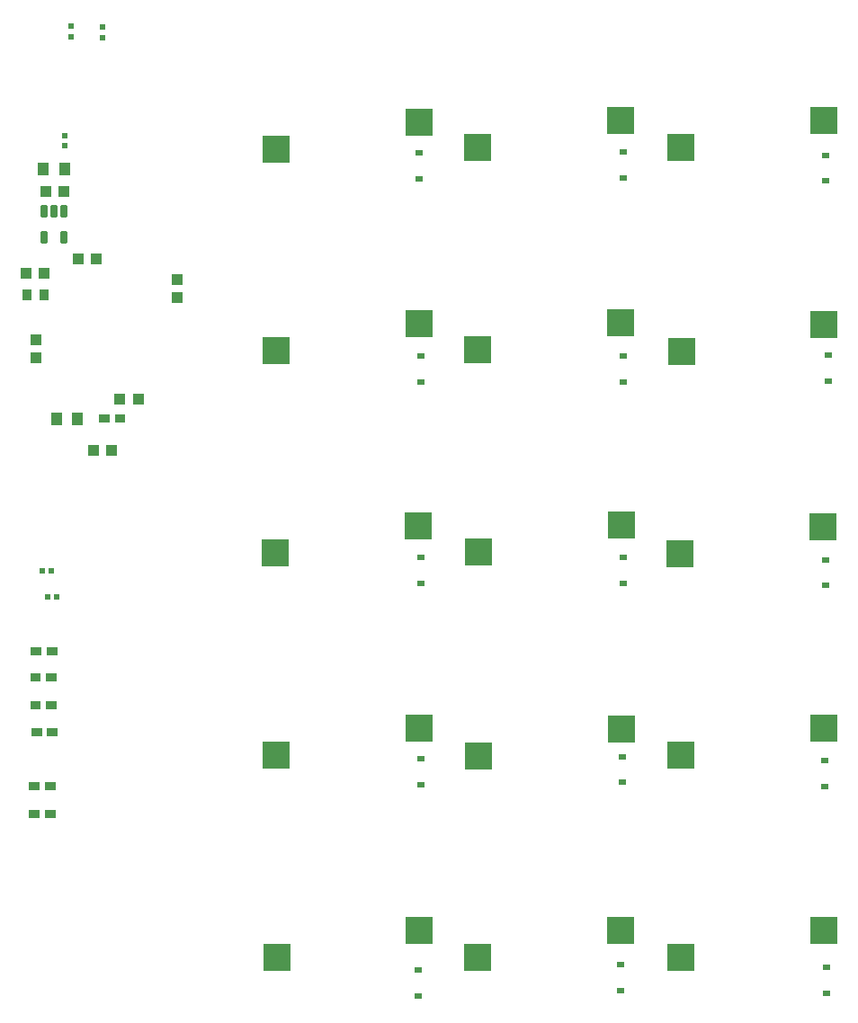
<source format=gbp>
G04*
G04 #@! TF.GenerationSoftware,Altium Limited,Altium Designer,25.8.1 (18)*
G04*
G04 Layer_Color=128*
%FSLAX44Y44*%
%MOMM*%
G71*
G04*
G04 #@! TF.SameCoordinates,A7F0D30D-4BDE-4CBF-861C-FF898D1F1918*
G04*
G04*
G04 #@! TF.FilePolarity,Positive*
G04*
G01*
G75*
%ADD22R,1.1000X1.0000*%
%ADD55R,0.5600X0.6000*%
%ADD56R,0.9500X1.0300*%
G04:AMPARAMS|DCode=57|XSize=0.67mm|YSize=1.17mm|CornerRadius=0.0402mm|HoleSize=0mm|Usage=FLASHONLY|Rotation=0.000|XOffset=0mm|YOffset=0mm|HoleType=Round|Shape=RoundedRectangle|*
%AMROUNDEDRECTD57*
21,1,0.6700,1.0896,0,0,0.0*
21,1,0.5896,1.1700,0,0,0.0*
1,1,0.0804,0.2948,-0.5448*
1,1,0.0804,-0.2948,-0.5448*
1,1,0.0804,-0.2948,0.5448*
1,1,0.0804,0.2948,0.5448*
%
%ADD57ROUNDEDRECTD57*%
%ADD59R,0.5000X0.5000*%
%ADD60R,0.5000X0.4750*%
%ADD61R,1.0000X1.1000*%
%ADD62R,2.5500X2.5000*%
%ADD63R,0.6900X0.5600*%
G36*
X426834Y860127D02*
X416834D01*
Y872127D01*
X426834D01*
Y860127D01*
D02*
G37*
G36*
X406834D02*
X396834D01*
Y872127D01*
X406834D01*
Y860127D01*
D02*
G37*
G36*
X479205Y627168D02*
X469205D01*
Y634668D01*
X479205D01*
Y627168D01*
D02*
G37*
G36*
X464205D02*
X454205D01*
Y634668D01*
X464205D01*
Y627168D01*
D02*
G37*
G36*
X439270Y625000D02*
X429270D01*
Y637000D01*
X439270D01*
Y625000D01*
D02*
G37*
G36*
X419270D02*
X409270D01*
Y637000D01*
X419270D01*
Y625000D01*
D02*
G37*
G36*
X415000Y408250D02*
X405000D01*
Y415750D01*
X415000D01*
Y408250D01*
D02*
G37*
G36*
X400000D02*
X390000D01*
Y415750D01*
X400000D01*
Y408250D01*
D02*
G37*
G36*
X414500Y383250D02*
X404500D01*
Y390750D01*
X414500D01*
Y383250D01*
D02*
G37*
G36*
X399500D02*
X389500D01*
Y390750D01*
X399500D01*
Y383250D01*
D02*
G37*
G36*
X414500Y357250D02*
X404500D01*
Y364750D01*
X414500D01*
Y357250D01*
D02*
G37*
G36*
X399500D02*
X389500D01*
Y364750D01*
X399500D01*
Y357250D01*
D02*
G37*
G36*
X415500Y332250D02*
X405500D01*
Y339750D01*
X415500D01*
Y332250D01*
D02*
G37*
G36*
X400500D02*
X390500D01*
Y339750D01*
X400500D01*
Y332250D01*
D02*
G37*
G36*
X413500Y281250D02*
X403500D01*
Y288750D01*
X413500D01*
Y281250D01*
D02*
G37*
G36*
X398500D02*
X388500D01*
Y288750D01*
X398500D01*
Y281250D01*
D02*
G37*
G36*
X413500Y255250D02*
X403500D01*
Y262750D01*
X413500D01*
Y255250D01*
D02*
G37*
G36*
X398500D02*
X388500D01*
Y262750D01*
X398500D01*
Y255250D01*
D02*
G37*
D22*
X466090Y600987D02*
D03*
X449090D02*
D03*
X451590Y781814D02*
D03*
X434590D02*
D03*
X491090Y649064D02*
D03*
X474090D02*
D03*
X404334Y845127D02*
D03*
X421334D02*
D03*
X385864Y767897D02*
D03*
X402864D02*
D03*
D55*
X405650Y463000D02*
D03*
X414350D02*
D03*
X400650Y488000D02*
D03*
X409350D02*
D03*
D56*
X386704Y747877D02*
D03*
X402464D02*
D03*
D57*
X412084Y826577D02*
D03*
X402684Y802177D02*
D03*
Y826577D02*
D03*
X421484D02*
D03*
Y802177D02*
D03*
D59*
X422340Y887814D02*
D03*
Y897814D02*
D03*
D60*
X427840Y1000434D02*
D03*
Y990194D02*
D03*
X457840Y1000184D02*
D03*
Y989944D02*
D03*
D61*
X394840Y705564D02*
D03*
Y688564D02*
D03*
X527589Y762064D02*
D03*
Y745064D02*
D03*
D62*
X1002250Y123800D02*
D03*
X1002250Y886300D02*
D03*
X1001000Y504000D02*
D03*
X1002250Y313800D02*
D03*
X1002500Y694500D02*
D03*
X620250Y504300D02*
D03*
X621500Y123800D02*
D03*
X621250Y694800D02*
D03*
X621250Y314300D02*
D03*
X621000Y885000D02*
D03*
X811000Y123300D02*
D03*
X811280Y313640D02*
D03*
X810750Y695800D02*
D03*
X811750Y505300D02*
D03*
X810750Y886300D02*
D03*
X1136750Y911700D02*
D03*
X946250Y530700D02*
D03*
X755750Y720200D02*
D03*
X945780Y339040D02*
D03*
X945250Y721200D02*
D03*
X1137000Y719900D02*
D03*
X756000Y149200D02*
D03*
X755500Y910400D02*
D03*
X754750Y529700D02*
D03*
X945500Y148700D02*
D03*
X755750Y339700D02*
D03*
X1136750Y339200D02*
D03*
X1135500Y529400D02*
D03*
X945250Y911700D02*
D03*
X1136750Y149200D02*
D03*
D63*
X947000Y288300D02*
D03*
X757500Y286300D02*
D03*
X1137500Y284300D02*
D03*
X1138500Y854800D02*
D03*
X755500Y856800D02*
D03*
X948000Y858000D02*
D03*
X945250Y92550D02*
D03*
X1139500Y89550D02*
D03*
X755000Y87550D02*
D03*
X757500Y665300D02*
D03*
X1140500Y666300D02*
D03*
X948000Y665300D02*
D03*
X1138500Y473800D02*
D03*
X757500Y475800D02*
D03*
X948000Y475800D02*
D03*
X757500Y500200D02*
D03*
X755500Y881200D02*
D03*
X1137500Y308700D02*
D03*
X1140500Y690700D02*
D03*
X1139500Y113950D02*
D03*
X948000Y689700D02*
D03*
X755000Y111950D02*
D03*
X757500Y689700D02*
D03*
X948000Y882400D02*
D03*
X1138500Y879200D02*
D03*
X945250Y116950D02*
D03*
X948000Y500200D02*
D03*
X1138500Y498200D02*
D03*
X757500Y310700D02*
D03*
X947000Y312700D02*
D03*
M02*

</source>
